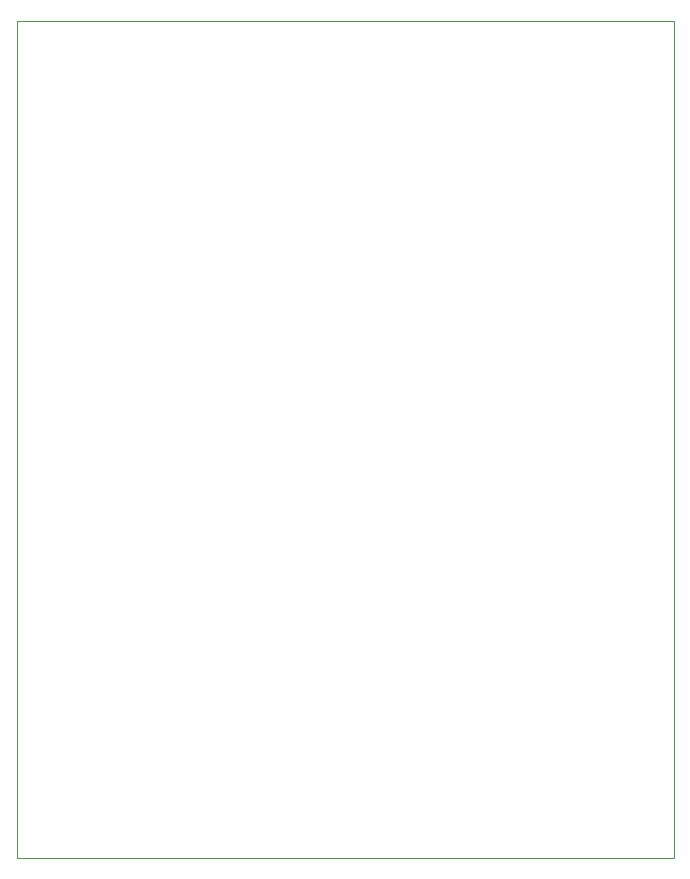
<source format=gbr>
%TF.GenerationSoftware,Altium Limited,Altium Designer,20.2.7 (254)*%
G04 Layer_Color=0*
%FSLAX26Y26*%
%MOIN*%
%TF.SameCoordinates,6B6101E1-C1E4-40C1-A6FF-A8A0D89029E3*%
%TF.FilePolarity,Positive*%
%TF.FileFunction,Profile,NP*%
%TF.Part,Single*%
G01*
G75*
%TA.AperFunction,Profile*%
%ADD51C,0.001000*%
D51*
X105000Y2165000D02*
X2295000Y2165000D01*
X2295000Y4955000D01*
X105000Y4954999D01*
X105000Y2165000D01*
%TF.MD5,3743cf659436919d2523b18543ddfecb*%
M02*

</source>
